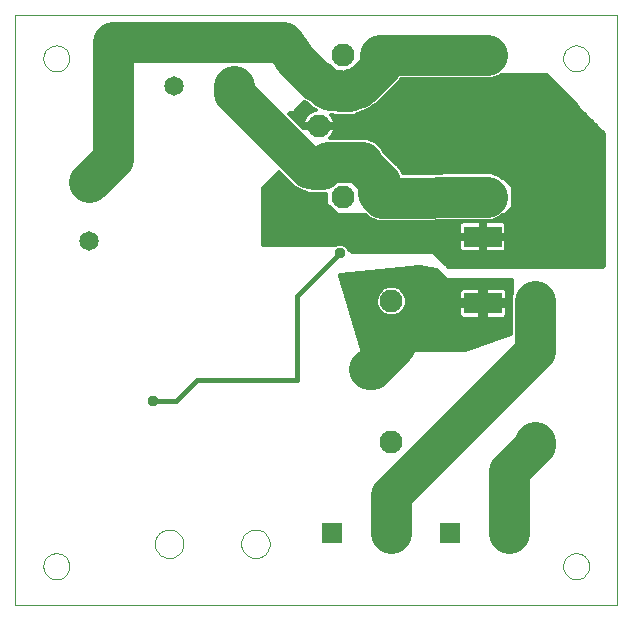
<source format=gbl>
G75*
G70*
%OFA0B0*%
%FSLAX24Y24*%
%IPPOS*%
%LPD*%
%AMOC8*
5,1,8,0,0,1.08239X$1,22.5*
%
%ADD10C,0.0000*%
%ADD11R,0.0650X0.0650*%
%ADD12C,0.0650*%
%ADD13C,0.0768*%
%ADD14R,0.1260X0.0709*%
%ADD15C,0.0376*%
%ADD16C,0.0160*%
%ADD17C,0.1378*%
%ADD18C,0.0120*%
D10*
X009757Y001126D02*
X029835Y001126D01*
X029835Y020811D01*
X009757Y020811D01*
X009757Y001126D01*
X010701Y002425D02*
X010703Y002466D01*
X010709Y002507D01*
X010719Y002547D01*
X010732Y002586D01*
X010749Y002623D01*
X010770Y002659D01*
X010794Y002693D01*
X010821Y002724D01*
X010850Y002752D01*
X010883Y002778D01*
X010917Y002800D01*
X010954Y002819D01*
X010992Y002834D01*
X011032Y002846D01*
X011072Y002854D01*
X011113Y002858D01*
X011155Y002858D01*
X011196Y002854D01*
X011236Y002846D01*
X011276Y002834D01*
X011314Y002819D01*
X011350Y002800D01*
X011385Y002778D01*
X011418Y002752D01*
X011447Y002724D01*
X011474Y002693D01*
X011498Y002659D01*
X011519Y002623D01*
X011536Y002586D01*
X011549Y002547D01*
X011559Y002507D01*
X011565Y002466D01*
X011567Y002425D01*
X011565Y002384D01*
X011559Y002343D01*
X011549Y002303D01*
X011536Y002264D01*
X011519Y002227D01*
X011498Y002191D01*
X011474Y002157D01*
X011447Y002126D01*
X011418Y002098D01*
X011385Y002072D01*
X011351Y002050D01*
X011314Y002031D01*
X011276Y002016D01*
X011236Y002004D01*
X011196Y001996D01*
X011155Y001992D01*
X011113Y001992D01*
X011072Y001996D01*
X011032Y002004D01*
X010992Y002016D01*
X010954Y002031D01*
X010918Y002050D01*
X010883Y002072D01*
X010850Y002098D01*
X010821Y002126D01*
X010794Y002157D01*
X010770Y002191D01*
X010749Y002227D01*
X010732Y002264D01*
X010719Y002303D01*
X010709Y002343D01*
X010703Y002384D01*
X010701Y002425D01*
X014419Y003173D02*
X014421Y003216D01*
X014427Y003259D01*
X014437Y003301D01*
X014450Y003342D01*
X014467Y003382D01*
X014488Y003420D01*
X014512Y003456D01*
X014540Y003489D01*
X014570Y003520D01*
X014603Y003548D01*
X014638Y003573D01*
X014675Y003595D01*
X014715Y003613D01*
X014755Y003627D01*
X014797Y003638D01*
X014840Y003645D01*
X014883Y003648D01*
X014926Y003647D01*
X014969Y003642D01*
X015012Y003633D01*
X015053Y003621D01*
X015093Y003604D01*
X015131Y003584D01*
X015168Y003561D01*
X015202Y003535D01*
X015234Y003505D01*
X015262Y003473D01*
X015288Y003438D01*
X015311Y003401D01*
X015330Y003362D01*
X015345Y003322D01*
X015357Y003280D01*
X015365Y003238D01*
X015369Y003195D01*
X015369Y003151D01*
X015365Y003108D01*
X015357Y003066D01*
X015345Y003024D01*
X015330Y002984D01*
X015311Y002945D01*
X015288Y002908D01*
X015262Y002873D01*
X015234Y002841D01*
X015202Y002811D01*
X015168Y002785D01*
X015132Y002762D01*
X015093Y002742D01*
X015053Y002725D01*
X015012Y002713D01*
X014969Y002704D01*
X014926Y002699D01*
X014883Y002698D01*
X014840Y002701D01*
X014797Y002708D01*
X014755Y002719D01*
X014715Y002733D01*
X014675Y002751D01*
X014638Y002773D01*
X014603Y002798D01*
X014570Y002826D01*
X014540Y002857D01*
X014512Y002890D01*
X014488Y002926D01*
X014467Y002964D01*
X014450Y003004D01*
X014437Y003045D01*
X014427Y003087D01*
X014421Y003130D01*
X014419Y003173D01*
X017293Y003173D02*
X017295Y003216D01*
X017301Y003259D01*
X017311Y003301D01*
X017324Y003342D01*
X017341Y003382D01*
X017362Y003420D01*
X017386Y003456D01*
X017414Y003489D01*
X017444Y003520D01*
X017477Y003548D01*
X017512Y003573D01*
X017549Y003595D01*
X017589Y003613D01*
X017629Y003627D01*
X017671Y003638D01*
X017714Y003645D01*
X017757Y003648D01*
X017800Y003647D01*
X017843Y003642D01*
X017886Y003633D01*
X017927Y003621D01*
X017967Y003604D01*
X018005Y003584D01*
X018042Y003561D01*
X018076Y003535D01*
X018108Y003505D01*
X018136Y003473D01*
X018162Y003438D01*
X018185Y003401D01*
X018204Y003362D01*
X018219Y003322D01*
X018231Y003280D01*
X018239Y003238D01*
X018243Y003195D01*
X018243Y003151D01*
X018239Y003108D01*
X018231Y003066D01*
X018219Y003024D01*
X018204Y002984D01*
X018185Y002945D01*
X018162Y002908D01*
X018136Y002873D01*
X018108Y002841D01*
X018076Y002811D01*
X018042Y002785D01*
X018006Y002762D01*
X017967Y002742D01*
X017927Y002725D01*
X017886Y002713D01*
X017843Y002704D01*
X017800Y002699D01*
X017757Y002698D01*
X017714Y002701D01*
X017671Y002708D01*
X017629Y002719D01*
X017589Y002733D01*
X017549Y002751D01*
X017512Y002773D01*
X017477Y002798D01*
X017444Y002826D01*
X017414Y002857D01*
X017386Y002890D01*
X017362Y002926D01*
X017341Y002964D01*
X017324Y003004D01*
X017311Y003045D01*
X017301Y003087D01*
X017295Y003130D01*
X017293Y003173D01*
X028024Y002425D02*
X028026Y002466D01*
X028032Y002507D01*
X028042Y002547D01*
X028055Y002586D01*
X028072Y002623D01*
X028093Y002659D01*
X028117Y002693D01*
X028144Y002724D01*
X028173Y002752D01*
X028206Y002778D01*
X028240Y002800D01*
X028277Y002819D01*
X028315Y002834D01*
X028355Y002846D01*
X028395Y002854D01*
X028436Y002858D01*
X028478Y002858D01*
X028519Y002854D01*
X028559Y002846D01*
X028599Y002834D01*
X028637Y002819D01*
X028673Y002800D01*
X028708Y002778D01*
X028741Y002752D01*
X028770Y002724D01*
X028797Y002693D01*
X028821Y002659D01*
X028842Y002623D01*
X028859Y002586D01*
X028872Y002547D01*
X028882Y002507D01*
X028888Y002466D01*
X028890Y002425D01*
X028888Y002384D01*
X028882Y002343D01*
X028872Y002303D01*
X028859Y002264D01*
X028842Y002227D01*
X028821Y002191D01*
X028797Y002157D01*
X028770Y002126D01*
X028741Y002098D01*
X028708Y002072D01*
X028674Y002050D01*
X028637Y002031D01*
X028599Y002016D01*
X028559Y002004D01*
X028519Y001996D01*
X028478Y001992D01*
X028436Y001992D01*
X028395Y001996D01*
X028355Y002004D01*
X028315Y002016D01*
X028277Y002031D01*
X028241Y002050D01*
X028206Y002072D01*
X028173Y002098D01*
X028144Y002126D01*
X028117Y002157D01*
X028093Y002191D01*
X028072Y002227D01*
X028055Y002264D01*
X028042Y002303D01*
X028032Y002343D01*
X028026Y002384D01*
X028024Y002425D01*
X028024Y019354D02*
X028026Y019395D01*
X028032Y019436D01*
X028042Y019476D01*
X028055Y019515D01*
X028072Y019552D01*
X028093Y019588D01*
X028117Y019622D01*
X028144Y019653D01*
X028173Y019681D01*
X028206Y019707D01*
X028240Y019729D01*
X028277Y019748D01*
X028315Y019763D01*
X028355Y019775D01*
X028395Y019783D01*
X028436Y019787D01*
X028478Y019787D01*
X028519Y019783D01*
X028559Y019775D01*
X028599Y019763D01*
X028637Y019748D01*
X028673Y019729D01*
X028708Y019707D01*
X028741Y019681D01*
X028770Y019653D01*
X028797Y019622D01*
X028821Y019588D01*
X028842Y019552D01*
X028859Y019515D01*
X028872Y019476D01*
X028882Y019436D01*
X028888Y019395D01*
X028890Y019354D01*
X028888Y019313D01*
X028882Y019272D01*
X028872Y019232D01*
X028859Y019193D01*
X028842Y019156D01*
X028821Y019120D01*
X028797Y019086D01*
X028770Y019055D01*
X028741Y019027D01*
X028708Y019001D01*
X028674Y018979D01*
X028637Y018960D01*
X028599Y018945D01*
X028559Y018933D01*
X028519Y018925D01*
X028478Y018921D01*
X028436Y018921D01*
X028395Y018925D01*
X028355Y018933D01*
X028315Y018945D01*
X028277Y018960D01*
X028241Y018979D01*
X028206Y019001D01*
X028173Y019027D01*
X028144Y019055D01*
X028117Y019086D01*
X028093Y019120D01*
X028072Y019156D01*
X028055Y019193D01*
X028042Y019232D01*
X028032Y019272D01*
X028026Y019313D01*
X028024Y019354D01*
X010701Y019354D02*
X010703Y019395D01*
X010709Y019436D01*
X010719Y019476D01*
X010732Y019515D01*
X010749Y019552D01*
X010770Y019588D01*
X010794Y019622D01*
X010821Y019653D01*
X010850Y019681D01*
X010883Y019707D01*
X010917Y019729D01*
X010954Y019748D01*
X010992Y019763D01*
X011032Y019775D01*
X011072Y019783D01*
X011113Y019787D01*
X011155Y019787D01*
X011196Y019783D01*
X011236Y019775D01*
X011276Y019763D01*
X011314Y019748D01*
X011350Y019729D01*
X011385Y019707D01*
X011418Y019681D01*
X011447Y019653D01*
X011474Y019622D01*
X011498Y019588D01*
X011519Y019552D01*
X011536Y019515D01*
X011549Y019476D01*
X011559Y019436D01*
X011565Y019395D01*
X011567Y019354D01*
X011565Y019313D01*
X011559Y019272D01*
X011549Y019232D01*
X011536Y019193D01*
X011519Y019156D01*
X011498Y019120D01*
X011474Y019086D01*
X011447Y019055D01*
X011418Y019027D01*
X011385Y019001D01*
X011351Y018979D01*
X011314Y018960D01*
X011276Y018945D01*
X011236Y018933D01*
X011196Y018925D01*
X011155Y018921D01*
X011113Y018921D01*
X011072Y018925D01*
X011032Y018933D01*
X010992Y018945D01*
X010954Y018960D01*
X010918Y018979D01*
X010883Y019001D01*
X010850Y019027D01*
X010821Y019055D01*
X010794Y019086D01*
X010770Y019120D01*
X010749Y019156D01*
X010732Y019193D01*
X010719Y019232D01*
X010709Y019272D01*
X010703Y019313D01*
X010701Y019354D01*
D11*
X012237Y015220D03*
X017040Y018449D03*
X020308Y003528D03*
X024245Y003528D03*
D12*
X026213Y003528D03*
X022276Y003528D03*
X012237Y013252D03*
X015071Y018449D03*
D13*
X019890Y017102D03*
X020678Y014740D03*
X022292Y011276D03*
X021505Y008913D03*
X022292Y006551D03*
X027095Y006551D03*
X027095Y011276D03*
X025481Y014740D03*
X025481Y019465D03*
X020678Y019465D03*
D14*
X025347Y013409D03*
X025347Y011205D03*
D15*
X027040Y010181D03*
X026961Y009394D03*
X026331Y008567D03*
X025386Y007937D03*
X024520Y007031D03*
X023575Y005969D03*
X022749Y005260D03*
X022316Y004591D03*
X026213Y004630D03*
X026253Y005417D03*
X026568Y005969D03*
X020583Y012858D03*
X022709Y014669D03*
X024009Y014669D03*
X021449Y015575D03*
X020505Y015811D03*
X019402Y016008D03*
X018536Y016677D03*
X017827Y017386D03*
X019520Y019039D03*
X020032Y018528D03*
X020898Y018252D03*
X021646Y018764D03*
X022001Y019394D03*
X022985Y019512D03*
X023930Y019472D03*
X024757Y019669D03*
X018890Y019787D03*
X017591Y019866D03*
X016410Y019827D03*
X014993Y019827D03*
X013654Y020024D03*
X013024Y019315D03*
X012985Y018213D03*
X012946Y017071D03*
X012906Y016126D03*
X018379Y013567D03*
X014363Y007937D03*
D16*
X015111Y007937D01*
X015820Y008646D01*
X019166Y008646D01*
X019166Y011441D01*
X020583Y012858D01*
X020583Y012150D02*
X023221Y012386D01*
X023772Y012307D01*
X024127Y011953D01*
X026292Y011953D01*
X026302Y011526D01*
X026266Y011440D01*
X026266Y010198D01*
X024757Y009669D01*
X021331Y009669D01*
X020583Y012150D01*
X020617Y012038D02*
X024041Y012038D01*
X023883Y012196D02*
X021106Y012196D01*
X020665Y011879D02*
X026294Y011879D01*
X026297Y011721D02*
X026057Y011721D01*
X026046Y011727D02*
X026001Y011739D01*
X025427Y011739D01*
X025427Y011285D01*
X025267Y011285D01*
X025267Y011739D01*
X024693Y011739D01*
X024648Y011727D01*
X024607Y011703D01*
X024573Y011670D01*
X024549Y011629D01*
X024537Y011583D01*
X024537Y011285D01*
X025267Y011285D01*
X025267Y011125D01*
X024537Y011125D01*
X024537Y010827D01*
X024549Y010781D01*
X024573Y010740D01*
X024607Y010706D01*
X024648Y010683D01*
X024693Y010670D01*
X025267Y010670D01*
X025267Y011125D01*
X025427Y011125D01*
X025427Y011285D01*
X026157Y011285D01*
X026157Y011583D01*
X026145Y011629D01*
X026121Y011670D01*
X026088Y011703D01*
X026046Y011727D01*
X026157Y011562D02*
X026301Y011562D01*
X026266Y011404D02*
X026157Y011404D01*
X026266Y011245D02*
X025427Y011245D01*
X025427Y011125D02*
X026157Y011125D01*
X026157Y010827D01*
X026145Y010781D01*
X026121Y010740D01*
X026088Y010706D01*
X026046Y010683D01*
X026001Y010670D01*
X025427Y010670D01*
X025427Y011125D01*
X025427Y011087D02*
X025267Y011087D01*
X025267Y011245D02*
X022816Y011245D01*
X022816Y011171D02*
X022816Y011380D01*
X022736Y011572D01*
X022589Y011720D01*
X022396Y011799D01*
X022188Y011799D01*
X021995Y011720D01*
X021848Y011572D01*
X021768Y011380D01*
X021768Y011171D01*
X021848Y010979D01*
X021995Y010831D01*
X022188Y010752D01*
X022396Y010752D01*
X022589Y010831D01*
X022736Y010979D01*
X022816Y011171D01*
X022781Y011087D02*
X024537Y011087D01*
X024537Y010928D02*
X022685Y010928D01*
X022439Y010770D02*
X024556Y010770D01*
X024537Y011404D02*
X022806Y011404D01*
X022740Y011562D02*
X024537Y011562D01*
X024637Y011721D02*
X022586Y011721D01*
X021998Y011721D02*
X020713Y011721D01*
X020760Y011562D02*
X021844Y011562D01*
X021778Y011404D02*
X020808Y011404D01*
X020856Y011245D02*
X021768Y011245D01*
X021803Y011087D02*
X020904Y011087D01*
X020952Y010928D02*
X021899Y010928D01*
X022145Y010770D02*
X021000Y010770D01*
X021047Y010611D02*
X026266Y010611D01*
X026266Y010452D02*
X021095Y010452D01*
X021143Y010294D02*
X026266Y010294D01*
X026088Y010135D02*
X021191Y010135D01*
X021239Y009977D02*
X025635Y009977D01*
X025182Y009818D02*
X021286Y009818D01*
X022876Y012355D02*
X023437Y012355D01*
X025267Y011721D02*
X025427Y011721D01*
X025427Y011562D02*
X025267Y011562D01*
X025267Y011404D02*
X025427Y011404D01*
X025427Y010928D02*
X025267Y010928D01*
X025267Y010770D02*
X025427Y010770D01*
X026138Y010770D02*
X026266Y010770D01*
X026266Y010928D02*
X026157Y010928D01*
X026157Y011087D02*
X026266Y011087D01*
D17*
X027095Y011276D02*
X027095Y009606D01*
X022276Y004787D01*
X022276Y003528D01*
X026213Y003528D02*
X026233Y003547D01*
X026233Y005594D01*
X027095Y006457D01*
X027095Y006551D01*
X022434Y009787D02*
X021646Y009000D01*
X021568Y009000D01*
X022001Y014709D02*
X021843Y014866D01*
X021922Y015220D01*
X021528Y015614D01*
X021371Y015811D01*
X021331Y015890D01*
X020190Y015890D01*
X019993Y015654D01*
X019717Y015654D01*
X019658Y015713D01*
X019540Y015713D01*
X017040Y018213D01*
X017040Y018449D01*
X019009Y019433D02*
X018694Y019906D01*
X013024Y019906D01*
X013024Y016008D01*
X012237Y015220D01*
X019009Y019394D02*
X019009Y019433D01*
X019009Y019394D02*
X019796Y018606D01*
X019875Y018606D01*
X020111Y018370D01*
X020268Y018291D01*
X020544Y018291D01*
X020583Y018252D01*
X020898Y018252D01*
X021016Y018370D01*
X021174Y018370D01*
X021312Y018508D01*
X021351Y018508D01*
X021922Y019079D01*
X021922Y019465D01*
X021922Y019472D01*
X021922Y019465D02*
X025481Y019465D01*
X025473Y014748D02*
X022001Y014709D01*
X025473Y014748D02*
X025481Y014740D01*
D18*
X026003Y014118D02*
X026095Y014118D01*
X026371Y014394D01*
X026371Y015063D01*
X026056Y015378D01*
X025987Y015378D01*
X025931Y015434D01*
X025927Y015436D01*
X025924Y015439D01*
X025778Y015497D01*
X025634Y015557D01*
X025629Y015557D01*
X025625Y015559D01*
X025469Y015557D01*
X025312Y015557D01*
X025308Y015555D01*
X022687Y015525D01*
X022642Y015595D01*
X022608Y015679D01*
X022557Y015730D01*
X022518Y015791D01*
X022444Y015842D01*
X022132Y016155D01*
X022060Y016244D01*
X022017Y016348D01*
X021996Y016369D01*
X021983Y016395D01*
X021883Y016482D01*
X021790Y016576D01*
X021762Y016587D01*
X021740Y016606D01*
X021614Y016648D01*
X021492Y016699D01*
X021463Y016699D01*
X021434Y016708D01*
X021303Y016699D01*
X020313Y016699D01*
X020277Y016710D01*
X020266Y016709D01*
X020305Y016748D01*
X020356Y016817D01*
X020394Y016894D01*
X020421Y016975D01*
X020431Y017042D01*
X019951Y017042D01*
X019951Y017162D01*
X020431Y017162D01*
X020421Y017230D01*
X020394Y017311D01*
X020356Y017387D01*
X020305Y017457D01*
X020283Y017479D01*
X020346Y017475D01*
X020422Y017443D01*
X020744Y017443D01*
X021059Y017443D01*
X021356Y017566D01*
X021363Y017573D01*
X021632Y017684D01*
X021742Y017794D01*
X021809Y017822D01*
X022037Y018050D01*
X022608Y018620D01*
X022622Y018656D01*
X025642Y018656D01*
X025939Y018779D01*
X025964Y018803D01*
X027473Y018803D01*
X028457Y017819D01*
X028457Y017780D01*
X029402Y016835D01*
X029402Y012425D01*
X029363Y012386D01*
X024205Y012386D01*
X023694Y012898D01*
X020977Y012898D01*
X020846Y013028D01*
X020844Y013033D01*
X020758Y013119D01*
X020753Y013121D01*
X020741Y013134D01*
X020723Y013134D01*
X020645Y013166D01*
X020522Y013166D01*
X020444Y013134D01*
X018024Y013134D01*
X018024Y015024D01*
X018555Y015554D01*
X019082Y015027D01*
X019379Y014904D01*
X019414Y014904D01*
X019556Y014845D01*
X019870Y014845D01*
X019906Y014833D01*
X020030Y014845D01*
X020093Y014845D01*
X020111Y014827D01*
X020111Y014512D01*
X020505Y014118D01*
X021447Y014118D01*
X021542Y014023D01*
X021547Y014021D01*
X021550Y014018D01*
X021696Y013959D01*
X021840Y013900D01*
X021844Y013900D01*
X021849Y013898D01*
X022005Y013900D01*
X022162Y013900D01*
X022166Y013901D01*
X025306Y013937D01*
X025320Y013931D01*
X025642Y013931D01*
X025939Y014054D01*
X026003Y014118D01*
X025929Y014050D02*
X029402Y014050D01*
X029402Y013932D02*
X025643Y013932D01*
X025407Y013924D02*
X025407Y013470D01*
X025287Y013470D01*
X025287Y013924D01*
X024696Y013924D01*
X024655Y013913D01*
X024619Y013892D01*
X024589Y013862D01*
X024568Y013826D01*
X024557Y013785D01*
X024557Y013469D01*
X025287Y013469D01*
X025287Y013349D01*
X025407Y013349D01*
X025407Y012895D01*
X025998Y012895D01*
X026039Y012906D01*
X026075Y012927D01*
X026105Y012957D01*
X026126Y012993D01*
X026137Y013034D01*
X026137Y013349D01*
X025407Y013349D01*
X025407Y013469D01*
X026137Y013469D01*
X026137Y013785D01*
X026126Y013826D01*
X026105Y013862D01*
X026075Y013892D01*
X026039Y013913D01*
X025998Y013924D01*
X025407Y013924D01*
X025319Y013932D02*
X024823Y013932D01*
X024565Y013813D02*
X018024Y013813D01*
X018024Y013695D02*
X024557Y013695D01*
X024557Y013576D02*
X018024Y013576D01*
X018024Y013457D02*
X025287Y013457D01*
X025287Y013349D02*
X024557Y013349D01*
X024557Y013034D01*
X024568Y012993D01*
X024589Y012957D01*
X024619Y012927D01*
X024655Y012906D01*
X024696Y012895D01*
X025287Y012895D01*
X025287Y013349D01*
X025287Y013339D02*
X025407Y013339D01*
X025407Y013457D02*
X029402Y013457D01*
X029402Y013339D02*
X026137Y013339D01*
X026137Y013220D02*
X029402Y013220D01*
X029402Y013102D02*
X026137Y013102D01*
X026120Y012983D02*
X029402Y012983D01*
X029402Y012865D02*
X023726Y012865D01*
X023845Y012746D02*
X029402Y012746D01*
X029402Y012628D02*
X023964Y012628D01*
X024082Y012509D02*
X029402Y012509D01*
X029368Y012391D02*
X024201Y012391D01*
X024574Y012983D02*
X020891Y012983D01*
X020775Y013102D02*
X024557Y013102D01*
X024557Y013220D02*
X018024Y013220D01*
X018024Y013339D02*
X024557Y013339D01*
X025287Y013220D02*
X025407Y013220D01*
X025407Y013102D02*
X025287Y013102D01*
X025287Y012983D02*
X025407Y012983D01*
X025407Y013576D02*
X025287Y013576D01*
X025287Y013695D02*
X025407Y013695D01*
X025407Y013813D02*
X025287Y013813D01*
X026129Y013813D02*
X029402Y013813D01*
X029402Y013695D02*
X026137Y013695D01*
X026137Y013576D02*
X029402Y013576D01*
X029402Y014169D02*
X026146Y014169D01*
X026264Y014287D02*
X029402Y014287D01*
X029402Y014406D02*
X026371Y014406D01*
X026371Y014524D02*
X029402Y014524D01*
X029402Y014643D02*
X026371Y014643D01*
X026371Y014761D02*
X029402Y014761D01*
X029402Y014880D02*
X026371Y014880D01*
X026371Y014999D02*
X029402Y014999D01*
X029402Y015117D02*
X026317Y015117D01*
X026198Y015236D02*
X029402Y015236D01*
X029402Y015354D02*
X026080Y015354D01*
X025839Y015473D02*
X029402Y015473D01*
X029402Y015591D02*
X022645Y015591D01*
X022577Y015710D02*
X029402Y015710D01*
X029402Y015828D02*
X022464Y015828D01*
X022339Y015947D02*
X029402Y015947D01*
X029402Y016065D02*
X022221Y016065D01*
X022108Y016184D02*
X029402Y016184D01*
X029402Y016303D02*
X022036Y016303D01*
X021953Y016421D02*
X029402Y016421D01*
X029402Y016540D02*
X021826Y016540D01*
X021590Y016658D02*
X029402Y016658D01*
X029402Y016777D02*
X020326Y016777D01*
X020395Y016895D02*
X029342Y016895D01*
X029223Y017014D02*
X020427Y017014D01*
X020414Y017251D02*
X028986Y017251D01*
X028867Y017369D02*
X020365Y017369D01*
X019951Y017132D02*
X029105Y017132D01*
X028749Y017488D02*
X021168Y017488D01*
X021444Y017606D02*
X028630Y017606D01*
X028512Y017725D02*
X021673Y017725D01*
X021831Y017844D02*
X028433Y017844D01*
X028314Y017962D02*
X021949Y017962D01*
X022068Y018081D02*
X028196Y018081D01*
X028077Y018199D02*
X022186Y018199D01*
X022305Y018318D02*
X027958Y018318D01*
X027840Y018436D02*
X022424Y018436D01*
X022542Y018555D02*
X027721Y018555D01*
X027603Y018673D02*
X025685Y018673D01*
X025952Y018792D02*
X027484Y018792D01*
X021763Y013932D02*
X018024Y013932D01*
X018024Y014050D02*
X021515Y014050D01*
X020454Y014169D02*
X018024Y014169D01*
X018024Y014287D02*
X020335Y014287D01*
X020217Y014406D02*
X018024Y014406D01*
X018024Y014524D02*
X020111Y014524D01*
X020111Y014643D02*
X018024Y014643D01*
X018024Y014761D02*
X020111Y014761D01*
X019471Y014880D02*
X018024Y014880D01*
X018024Y014999D02*
X019150Y014999D01*
X018991Y015117D02*
X018118Y015117D01*
X018236Y015236D02*
X018873Y015236D01*
X018754Y015354D02*
X018355Y015354D01*
X018473Y015473D02*
X018636Y015473D01*
X019354Y017042D02*
X018892Y017505D01*
X018930Y017543D01*
X019048Y017543D01*
X019399Y017895D01*
X019472Y017865D01*
X019519Y017818D01*
X019605Y017718D01*
X019632Y017705D01*
X019653Y017684D01*
X019773Y017634D01*
X019763Y017633D01*
X019682Y017606D01*
X019111Y017606D01*
X019230Y017725D02*
X019599Y017725D01*
X019682Y017606D02*
X019605Y017567D01*
X019536Y017517D01*
X019476Y017457D01*
X019425Y017387D01*
X019386Y017311D01*
X019360Y017230D01*
X019349Y017162D01*
X019830Y017162D01*
X019830Y017042D01*
X019354Y017042D01*
X019264Y017132D02*
X019830Y017132D01*
X019416Y017369D02*
X019027Y017369D01*
X019146Y017251D02*
X019367Y017251D01*
X019507Y017488D02*
X018909Y017488D01*
X019348Y017844D02*
X019493Y017844D01*
X018379Y013567D02*
X018457Y013488D01*
X018457Y013370D01*
X021568Y009000D02*
X021568Y008976D01*
X021505Y008913D01*
M02*

</source>
